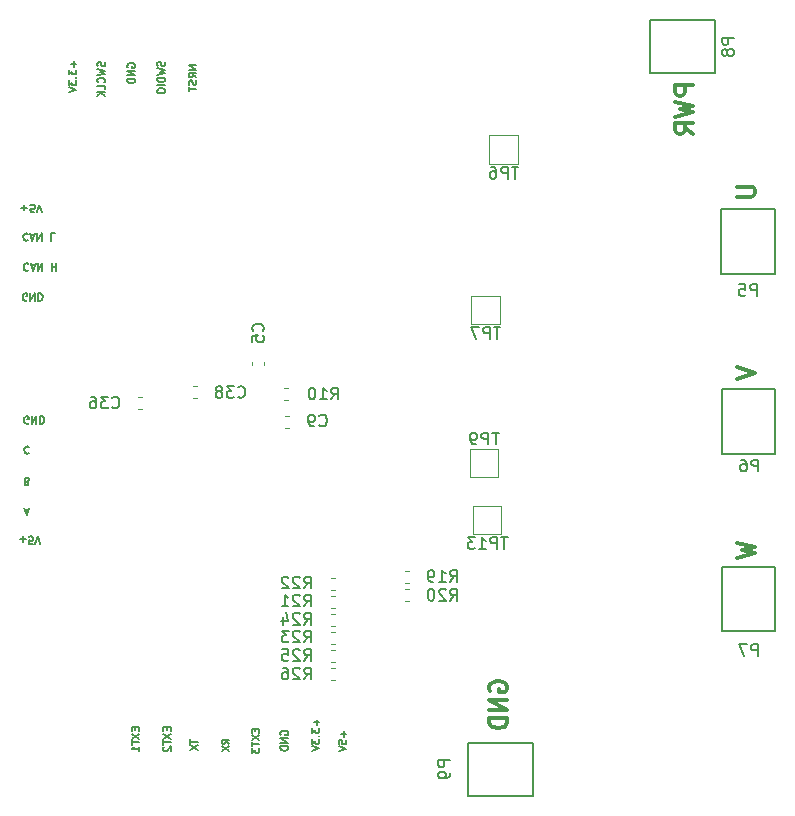
<source format=gbr>
G04 #@! TF.GenerationSoftware,KiCad,Pcbnew,5.0.2-bee76a0~70~ubuntu18.04.1*
G04 #@! TF.CreationDate,2019-03-01T11:09:08-06:00*
G04 #@! TF.ProjectId,MotorDriverXL,4d6f746f-7244-4726-9976-6572584c2e6b,V1.0*
G04 #@! TF.SameCoordinates,Original*
G04 #@! TF.FileFunction,Legend,Bot*
G04 #@! TF.FilePolarity,Positive*
%FSLAX46Y46*%
G04 Gerber Fmt 4.6, Leading zero omitted, Abs format (unit mm)*
G04 Created by KiCad (PCBNEW 5.0.2-bee76a0~70~ubuntu18.04.1) date Fri 01 Mar 2019 11:09:08 AM CST*
%MOMM*%
%LPD*%
G01*
G04 APERTURE LIST*
%ADD10C,0.158750*%
%ADD11C,0.300000*%
%ADD12C,0.120000*%
%ADD13C,0.150000*%
G04 APERTURE END LIST*
D10*
X116921642Y-122588261D02*
X116921642Y-122799928D01*
X117254261Y-122890642D02*
X117254261Y-122588261D01*
X116619261Y-122588261D01*
X116619261Y-122890642D01*
X116619261Y-123102309D02*
X117254261Y-123525642D01*
X116619261Y-123525642D02*
X117254261Y-123102309D01*
X116619261Y-123676833D02*
X116619261Y-124039690D01*
X117254261Y-123858261D02*
X116619261Y-123858261D01*
X117254261Y-124583976D02*
X117254261Y-124221119D01*
X117254261Y-124402547D02*
X116619261Y-124402547D01*
X116709976Y-124342071D01*
X116770452Y-124281595D01*
X116800690Y-124221119D01*
X119588642Y-122588261D02*
X119588642Y-122799928D01*
X119921261Y-122890642D02*
X119921261Y-122588261D01*
X119286261Y-122588261D01*
X119286261Y-122890642D01*
X119286261Y-123102309D02*
X119921261Y-123525642D01*
X119286261Y-123525642D02*
X119921261Y-123102309D01*
X119286261Y-123676833D02*
X119286261Y-124039690D01*
X119921261Y-123858261D02*
X119286261Y-123858261D01*
X119346738Y-124221119D02*
X119316500Y-124251357D01*
X119286261Y-124311833D01*
X119286261Y-124463023D01*
X119316500Y-124523500D01*
X119346738Y-124553738D01*
X119407214Y-124583976D01*
X119467690Y-124583976D01*
X119558404Y-124553738D01*
X119921261Y-124190880D01*
X119921261Y-124583976D01*
X121572261Y-123595190D02*
X121572261Y-123958047D01*
X122207261Y-123776619D02*
X121572261Y-123776619D01*
X121572261Y-124109238D02*
X122207261Y-124532571D01*
X121572261Y-124532571D02*
X122207261Y-124109238D01*
X124874261Y-123973166D02*
X124571880Y-123761500D01*
X124874261Y-123610309D02*
X124239261Y-123610309D01*
X124239261Y-123852214D01*
X124269500Y-123912690D01*
X124299738Y-123942928D01*
X124360214Y-123973166D01*
X124450928Y-123973166D01*
X124511404Y-123942928D01*
X124541642Y-123912690D01*
X124571880Y-123852214D01*
X124571880Y-123610309D01*
X124239261Y-124184833D02*
X124874261Y-124608166D01*
X124239261Y-124608166D02*
X124874261Y-124184833D01*
X127081642Y-122715261D02*
X127081642Y-122926928D01*
X127414261Y-123017642D02*
X127414261Y-122715261D01*
X126779261Y-122715261D01*
X126779261Y-123017642D01*
X126779261Y-123229309D02*
X127414261Y-123652642D01*
X126779261Y-123652642D02*
X127414261Y-123229309D01*
X126779261Y-123803833D02*
X126779261Y-124166690D01*
X127414261Y-123985261D02*
X126779261Y-123985261D01*
X126779261Y-124317880D02*
X126779261Y-124710976D01*
X127021166Y-124499309D01*
X127021166Y-124590023D01*
X127051404Y-124650500D01*
X127081642Y-124680738D01*
X127142119Y-124710976D01*
X127293309Y-124710976D01*
X127353785Y-124680738D01*
X127384023Y-124650500D01*
X127414261Y-124590023D01*
X127414261Y-124408595D01*
X127384023Y-124348119D01*
X127353785Y-124317880D01*
X129222500Y-123214190D02*
X129192261Y-123153714D01*
X129192261Y-123063000D01*
X129222500Y-122972285D01*
X129282976Y-122911809D01*
X129343452Y-122881571D01*
X129464404Y-122851333D01*
X129555119Y-122851333D01*
X129676071Y-122881571D01*
X129736547Y-122911809D01*
X129797023Y-122972285D01*
X129827261Y-123063000D01*
X129827261Y-123123476D01*
X129797023Y-123214190D01*
X129766785Y-123244428D01*
X129555119Y-123244428D01*
X129555119Y-123123476D01*
X129827261Y-123516571D02*
X129192261Y-123516571D01*
X129827261Y-123879428D01*
X129192261Y-123879428D01*
X129827261Y-124181809D02*
X129192261Y-124181809D01*
X129192261Y-124333000D01*
X129222500Y-124423714D01*
X129282976Y-124484190D01*
X129343452Y-124514428D01*
X129464404Y-124544666D01*
X129555119Y-124544666D01*
X129676071Y-124514428D01*
X129736547Y-124484190D01*
X129797023Y-124423714D01*
X129827261Y-124333000D01*
X129827261Y-124181809D01*
X132252357Y-121920000D02*
X132252357Y-122403809D01*
X132494261Y-122161904D02*
X132010452Y-122161904D01*
X131859261Y-122645714D02*
X131859261Y-123038809D01*
X132101166Y-122827142D01*
X132101166Y-122917857D01*
X132131404Y-122978333D01*
X132161642Y-123008571D01*
X132222119Y-123038809D01*
X132373309Y-123038809D01*
X132433785Y-123008571D01*
X132464023Y-122978333D01*
X132494261Y-122917857D01*
X132494261Y-122736428D01*
X132464023Y-122675952D01*
X132433785Y-122645714D01*
X132433785Y-123310952D02*
X132464023Y-123341190D01*
X132494261Y-123310952D01*
X132464023Y-123280714D01*
X132433785Y-123310952D01*
X132494261Y-123310952D01*
X131859261Y-123552857D02*
X131859261Y-123945952D01*
X132101166Y-123734285D01*
X132101166Y-123825000D01*
X132131404Y-123885476D01*
X132161642Y-123915714D01*
X132222119Y-123945952D01*
X132373309Y-123945952D01*
X132433785Y-123915714D01*
X132464023Y-123885476D01*
X132494261Y-123825000D01*
X132494261Y-123643571D01*
X132464023Y-123583095D01*
X132433785Y-123552857D01*
X131859261Y-124127380D02*
X132494261Y-124339047D01*
X131859261Y-124550714D01*
X134538357Y-122881571D02*
X134538357Y-123365380D01*
X134780261Y-123123476D02*
X134296452Y-123123476D01*
X134145261Y-123970142D02*
X134145261Y-123667761D01*
X134447642Y-123637523D01*
X134417404Y-123667761D01*
X134387166Y-123728238D01*
X134387166Y-123879428D01*
X134417404Y-123939904D01*
X134447642Y-123970142D01*
X134508119Y-124000380D01*
X134659309Y-124000380D01*
X134719785Y-123970142D01*
X134750023Y-123939904D01*
X134780261Y-123879428D01*
X134780261Y-123728238D01*
X134750023Y-123667761D01*
X134719785Y-123637523D01*
X134145261Y-124181809D02*
X134780261Y-124393476D01*
X134145261Y-124605142D01*
D11*
X146951000Y-119507142D02*
X146879571Y-119364285D01*
X146879571Y-119150000D01*
X146951000Y-118935714D01*
X147093857Y-118792857D01*
X147236714Y-118721428D01*
X147522428Y-118650000D01*
X147736714Y-118650000D01*
X148022428Y-118721428D01*
X148165285Y-118792857D01*
X148308142Y-118935714D01*
X148379571Y-119150000D01*
X148379571Y-119292857D01*
X148308142Y-119507142D01*
X148236714Y-119578571D01*
X147736714Y-119578571D01*
X147736714Y-119292857D01*
X148379571Y-120221428D02*
X146879571Y-120221428D01*
X148379571Y-121078571D01*
X146879571Y-121078571D01*
X148379571Y-121792857D02*
X146879571Y-121792857D01*
X146879571Y-122150000D01*
X146951000Y-122364285D01*
X147093857Y-122507142D01*
X147236714Y-122578571D01*
X147522428Y-122650000D01*
X147736714Y-122650000D01*
X148022428Y-122578571D01*
X148165285Y-122507142D01*
X148308142Y-122364285D01*
X148379571Y-122150000D01*
X148379571Y-121792857D01*
X164127571Y-68231000D02*
X162627571Y-68231000D01*
X162627571Y-68802428D01*
X162699000Y-68945285D01*
X162770428Y-69016714D01*
X162913285Y-69088142D01*
X163127571Y-69088142D01*
X163270428Y-69016714D01*
X163341857Y-68945285D01*
X163413285Y-68802428D01*
X163413285Y-68231000D01*
X162627571Y-69588142D02*
X164127571Y-69945285D01*
X163056142Y-70231000D01*
X164127571Y-70516714D01*
X162627571Y-70873857D01*
X164127571Y-72302428D02*
X163413285Y-71802428D01*
X164127571Y-71445285D02*
X162627571Y-71445285D01*
X162627571Y-72016714D01*
X162699000Y-72159571D01*
X162770428Y-72231000D01*
X162913285Y-72302428D01*
X163127571Y-72302428D01*
X163270428Y-72231000D01*
X163341857Y-72159571D01*
X163413285Y-72016714D01*
X163413285Y-71445285D01*
D10*
X107720190Y-86423500D02*
X107659714Y-86453738D01*
X107569000Y-86453738D01*
X107478285Y-86423500D01*
X107417809Y-86363023D01*
X107387571Y-86302547D01*
X107357333Y-86181595D01*
X107357333Y-86090880D01*
X107387571Y-85969928D01*
X107417809Y-85909452D01*
X107478285Y-85848976D01*
X107569000Y-85818738D01*
X107629476Y-85818738D01*
X107720190Y-85848976D01*
X107750428Y-85879214D01*
X107750428Y-86090880D01*
X107629476Y-86090880D01*
X108022571Y-85818738D02*
X108022571Y-86453738D01*
X108385428Y-85818738D01*
X108385428Y-86453738D01*
X108687809Y-85818738D02*
X108687809Y-86453738D01*
X108839000Y-86453738D01*
X108929714Y-86423500D01*
X108990190Y-86363023D01*
X109020428Y-86302547D01*
X109050666Y-86181595D01*
X109050666Y-86090880D01*
X109020428Y-85969928D01*
X108990190Y-85909452D01*
X108929714Y-85848976D01*
X108839000Y-85818738D01*
X108687809Y-85818738D01*
X107260571Y-78567642D02*
X107744380Y-78567642D01*
X107502476Y-78325738D02*
X107502476Y-78809547D01*
X108349142Y-78960738D02*
X108046761Y-78960738D01*
X108016523Y-78658357D01*
X108046761Y-78688595D01*
X108107238Y-78718833D01*
X108258428Y-78718833D01*
X108318904Y-78688595D01*
X108349142Y-78658357D01*
X108379380Y-78597880D01*
X108379380Y-78446690D01*
X108349142Y-78386214D01*
X108318904Y-78355976D01*
X108258428Y-78325738D01*
X108107238Y-78325738D01*
X108046761Y-78355976D01*
X108016523Y-78386214D01*
X108560809Y-78960738D02*
X108772476Y-78325738D01*
X108984142Y-78960738D01*
X107804857Y-80799214D02*
X107774619Y-80768976D01*
X107683904Y-80738738D01*
X107623428Y-80738738D01*
X107532714Y-80768976D01*
X107472238Y-80829452D01*
X107442000Y-80889928D01*
X107411761Y-81010880D01*
X107411761Y-81101595D01*
X107442000Y-81222547D01*
X107472238Y-81283023D01*
X107532714Y-81343500D01*
X107623428Y-81373738D01*
X107683904Y-81373738D01*
X107774619Y-81343500D01*
X107804857Y-81313261D01*
X108046761Y-80920166D02*
X108349142Y-80920166D01*
X107986285Y-80738738D02*
X108197952Y-81373738D01*
X108409619Y-80738738D01*
X108621285Y-80738738D02*
X108621285Y-81373738D01*
X108984142Y-80738738D01*
X108984142Y-81373738D01*
X110072714Y-80738738D02*
X109770333Y-80738738D01*
X109770333Y-81373738D01*
X107856261Y-83339214D02*
X107826023Y-83308976D01*
X107735309Y-83278738D01*
X107674833Y-83278738D01*
X107584119Y-83308976D01*
X107523642Y-83369452D01*
X107493404Y-83429928D01*
X107463166Y-83550880D01*
X107463166Y-83641595D01*
X107493404Y-83762547D01*
X107523642Y-83823023D01*
X107584119Y-83883500D01*
X107674833Y-83913738D01*
X107735309Y-83913738D01*
X107826023Y-83883500D01*
X107856261Y-83853261D01*
X108098166Y-83460166D02*
X108400547Y-83460166D01*
X108037690Y-83278738D02*
X108249357Y-83913738D01*
X108461023Y-83278738D01*
X108672690Y-83278738D02*
X108672690Y-83913738D01*
X109035547Y-83278738D01*
X109035547Y-83913738D01*
X109821738Y-83278738D02*
X109821738Y-83913738D01*
X109821738Y-83611357D02*
X110184595Y-83611357D01*
X110184595Y-83278738D02*
X110184595Y-83913738D01*
X122080261Y-66520785D02*
X121445261Y-66520785D01*
X122080261Y-66883642D01*
X121445261Y-66883642D01*
X122080261Y-67548880D02*
X121777880Y-67337214D01*
X122080261Y-67186023D02*
X121445261Y-67186023D01*
X121445261Y-67427928D01*
X121475500Y-67488404D01*
X121505738Y-67518642D01*
X121566214Y-67548880D01*
X121656928Y-67548880D01*
X121717404Y-67518642D01*
X121747642Y-67488404D01*
X121777880Y-67427928D01*
X121777880Y-67186023D01*
X122050023Y-67790785D02*
X122080261Y-67881500D01*
X122080261Y-68032690D01*
X122050023Y-68093166D01*
X122019785Y-68123404D01*
X121959309Y-68153642D01*
X121898833Y-68153642D01*
X121838357Y-68123404D01*
X121808119Y-68093166D01*
X121777880Y-68032690D01*
X121747642Y-67911738D01*
X121717404Y-67851261D01*
X121687166Y-67821023D01*
X121626690Y-67790785D01*
X121566214Y-67790785D01*
X121505738Y-67821023D01*
X121475500Y-67851261D01*
X121445261Y-67911738D01*
X121445261Y-68062928D01*
X121475500Y-68153642D01*
X121445261Y-68335071D02*
X121445261Y-68697928D01*
X122080261Y-68516500D02*
X121445261Y-68516500D01*
X119383023Y-66218404D02*
X119413261Y-66309119D01*
X119413261Y-66460309D01*
X119383023Y-66520785D01*
X119352785Y-66551023D01*
X119292309Y-66581261D01*
X119231833Y-66581261D01*
X119171357Y-66551023D01*
X119141119Y-66520785D01*
X119110880Y-66460309D01*
X119080642Y-66339357D01*
X119050404Y-66278880D01*
X119020166Y-66248642D01*
X118959690Y-66218404D01*
X118899214Y-66218404D01*
X118838738Y-66248642D01*
X118808500Y-66278880D01*
X118778261Y-66339357D01*
X118778261Y-66490547D01*
X118808500Y-66581261D01*
X118778261Y-66792928D02*
X119413261Y-66944119D01*
X118959690Y-67065071D01*
X119413261Y-67186023D01*
X118778261Y-67337214D01*
X119413261Y-67579119D02*
X118778261Y-67579119D01*
X118778261Y-67730309D01*
X118808500Y-67821023D01*
X118868976Y-67881500D01*
X118929452Y-67911738D01*
X119050404Y-67941976D01*
X119141119Y-67941976D01*
X119262071Y-67911738D01*
X119322547Y-67881500D01*
X119383023Y-67821023D01*
X119413261Y-67730309D01*
X119413261Y-67579119D01*
X119413261Y-68214119D02*
X118778261Y-68214119D01*
X118778261Y-68637452D02*
X118778261Y-68758404D01*
X118808500Y-68818880D01*
X118868976Y-68879357D01*
X118989928Y-68909595D01*
X119201595Y-68909595D01*
X119322547Y-68879357D01*
X119383023Y-68818880D01*
X119413261Y-68758404D01*
X119413261Y-68637452D01*
X119383023Y-68576976D01*
X119322547Y-68516500D01*
X119201595Y-68486261D01*
X118989928Y-68486261D01*
X118868976Y-68516500D01*
X118808500Y-68576976D01*
X118778261Y-68637452D01*
X114303023Y-66254690D02*
X114333261Y-66345404D01*
X114333261Y-66496595D01*
X114303023Y-66557071D01*
X114272785Y-66587309D01*
X114212309Y-66617547D01*
X114151833Y-66617547D01*
X114091357Y-66587309D01*
X114061119Y-66557071D01*
X114030880Y-66496595D01*
X114000642Y-66375642D01*
X113970404Y-66315166D01*
X113940166Y-66284928D01*
X113879690Y-66254690D01*
X113819214Y-66254690D01*
X113758738Y-66284928D01*
X113728500Y-66315166D01*
X113698261Y-66375642D01*
X113698261Y-66526833D01*
X113728500Y-66617547D01*
X113698261Y-66829214D02*
X114333261Y-66980404D01*
X113879690Y-67101357D01*
X114333261Y-67222309D01*
X113698261Y-67373500D01*
X114272785Y-67978261D02*
X114303023Y-67948023D01*
X114333261Y-67857309D01*
X114333261Y-67796833D01*
X114303023Y-67706119D01*
X114242547Y-67645642D01*
X114182071Y-67615404D01*
X114061119Y-67585166D01*
X113970404Y-67585166D01*
X113849452Y-67615404D01*
X113788976Y-67645642D01*
X113728500Y-67706119D01*
X113698261Y-67796833D01*
X113698261Y-67857309D01*
X113728500Y-67948023D01*
X113758738Y-67978261D01*
X114333261Y-68552785D02*
X114333261Y-68250404D01*
X113698261Y-68250404D01*
X114333261Y-68764452D02*
X113698261Y-68764452D01*
X114333261Y-69127309D02*
X113970404Y-68855166D01*
X113698261Y-69127309D02*
X114061119Y-68764452D01*
X116268500Y-66699190D02*
X116238261Y-66638714D01*
X116238261Y-66548000D01*
X116268500Y-66457285D01*
X116328976Y-66396809D01*
X116389452Y-66366571D01*
X116510404Y-66336333D01*
X116601119Y-66336333D01*
X116722071Y-66366571D01*
X116782547Y-66396809D01*
X116843023Y-66457285D01*
X116873261Y-66548000D01*
X116873261Y-66608476D01*
X116843023Y-66699190D01*
X116812785Y-66729428D01*
X116601119Y-66729428D01*
X116601119Y-66608476D01*
X116873261Y-67001571D02*
X116238261Y-67001571D01*
X116873261Y-67364428D01*
X116238261Y-67364428D01*
X116873261Y-67666809D02*
X116238261Y-67666809D01*
X116238261Y-67818000D01*
X116268500Y-67908714D01*
X116328976Y-67969190D01*
X116389452Y-67999428D01*
X116510404Y-68029666D01*
X116601119Y-68029666D01*
X116722071Y-67999428D01*
X116782547Y-67969190D01*
X116843023Y-67908714D01*
X116873261Y-67818000D01*
X116873261Y-67666809D01*
X111678357Y-66167000D02*
X111678357Y-66650809D01*
X111920261Y-66408904D02*
X111436452Y-66408904D01*
X111285261Y-66892714D02*
X111285261Y-67285809D01*
X111527166Y-67074142D01*
X111527166Y-67164857D01*
X111557404Y-67225333D01*
X111587642Y-67255571D01*
X111648119Y-67285809D01*
X111799309Y-67285809D01*
X111859785Y-67255571D01*
X111890023Y-67225333D01*
X111920261Y-67164857D01*
X111920261Y-66983428D01*
X111890023Y-66922952D01*
X111859785Y-66892714D01*
X111859785Y-67557952D02*
X111890023Y-67588190D01*
X111920261Y-67557952D01*
X111890023Y-67527714D01*
X111859785Y-67557952D01*
X111920261Y-67557952D01*
X111285261Y-67799857D02*
X111285261Y-68192952D01*
X111527166Y-67981285D01*
X111527166Y-68072000D01*
X111557404Y-68132476D01*
X111587642Y-68162714D01*
X111648119Y-68192952D01*
X111799309Y-68192952D01*
X111859785Y-68162714D01*
X111890023Y-68132476D01*
X111920261Y-68072000D01*
X111920261Y-67890571D01*
X111890023Y-67830095D01*
X111859785Y-67799857D01*
X111285261Y-68374380D02*
X111920261Y-68586047D01*
X111285261Y-68797714D01*
X107133571Y-106634642D02*
X107617380Y-106634642D01*
X107375476Y-106392738D02*
X107375476Y-106876547D01*
X108222142Y-107027738D02*
X107919761Y-107027738D01*
X107889523Y-106725357D01*
X107919761Y-106755595D01*
X107980238Y-106785833D01*
X108131428Y-106785833D01*
X108191904Y-106755595D01*
X108222142Y-106725357D01*
X108252380Y-106664880D01*
X108252380Y-106513690D01*
X108222142Y-106453214D01*
X108191904Y-106422976D01*
X108131428Y-106392738D01*
X107980238Y-106392738D01*
X107919761Y-106422976D01*
X107889523Y-106453214D01*
X108433809Y-107027738D02*
X108645476Y-106392738D01*
X108857142Y-107027738D01*
X107544809Y-104161166D02*
X107847190Y-104161166D01*
X107484333Y-103979738D02*
X107696000Y-104614738D01*
X107907666Y-103979738D01*
X107741357Y-101772357D02*
X107832071Y-101742119D01*
X107862309Y-101711880D01*
X107892547Y-101651404D01*
X107892547Y-101560690D01*
X107862309Y-101500214D01*
X107832071Y-101469976D01*
X107771595Y-101439738D01*
X107529690Y-101439738D01*
X107529690Y-102074738D01*
X107741357Y-102074738D01*
X107801833Y-102044500D01*
X107832071Y-102014261D01*
X107862309Y-101953785D01*
X107862309Y-101893309D01*
X107832071Y-101832833D01*
X107801833Y-101802595D01*
X107741357Y-101772357D01*
X107529690Y-101772357D01*
X107892547Y-98833214D02*
X107862309Y-98802976D01*
X107771595Y-98772738D01*
X107711119Y-98772738D01*
X107620404Y-98802976D01*
X107559928Y-98863452D01*
X107529690Y-98923928D01*
X107499452Y-99044880D01*
X107499452Y-99135595D01*
X107529690Y-99256547D01*
X107559928Y-99317023D01*
X107620404Y-99377500D01*
X107711119Y-99407738D01*
X107771595Y-99407738D01*
X107862309Y-99377500D01*
X107892547Y-99347261D01*
X107847190Y-96837500D02*
X107786714Y-96867738D01*
X107696000Y-96867738D01*
X107605285Y-96837500D01*
X107544809Y-96777023D01*
X107514571Y-96716547D01*
X107484333Y-96595595D01*
X107484333Y-96504880D01*
X107514571Y-96383928D01*
X107544809Y-96323452D01*
X107605285Y-96262976D01*
X107696000Y-96232738D01*
X107756476Y-96232738D01*
X107847190Y-96262976D01*
X107877428Y-96293214D01*
X107877428Y-96504880D01*
X107756476Y-96504880D01*
X108149571Y-96232738D02*
X108149571Y-96867738D01*
X108512428Y-96232738D01*
X108512428Y-96867738D01*
X108814809Y-96232738D02*
X108814809Y-96867738D01*
X108966000Y-96867738D01*
X109056714Y-96837500D01*
X109117190Y-96777023D01*
X109147428Y-96716547D01*
X109177666Y-96595595D01*
X109177666Y-96504880D01*
X109147428Y-96383928D01*
X109117190Y-96323452D01*
X109056714Y-96262976D01*
X108966000Y-96232738D01*
X108814809Y-96232738D01*
D11*
X167834571Y-106926142D02*
X169334571Y-107283285D01*
X168263142Y-107569000D01*
X169334571Y-107854714D01*
X167834571Y-108211857D01*
X167834571Y-92083000D02*
X169334571Y-92583000D01*
X167834571Y-93083000D01*
X167834571Y-76787428D02*
X169048857Y-76787428D01*
X169191714Y-76858857D01*
X169263142Y-76930285D01*
X169334571Y-77073142D01*
X169334571Y-77358857D01*
X169263142Y-77501714D01*
X169191714Y-77573142D01*
X169048857Y-77644571D01*
X167834571Y-77644571D01*
D12*
G04 #@! TO.C,TP13*
X145485000Y-103829000D02*
X145485000Y-106229000D01*
X147885000Y-103829000D02*
X145485000Y-103829000D01*
X147885000Y-106229000D02*
X147885000Y-103829000D01*
X145485000Y-106229000D02*
X147885000Y-106229000D01*
G04 #@! TO.C,TP6*
X146882000Y-72460000D02*
X146882000Y-74860000D01*
X149282000Y-72460000D02*
X146882000Y-72460000D01*
X149282000Y-74860000D02*
X149282000Y-72460000D01*
X146882000Y-74860000D02*
X149282000Y-74860000D01*
G04 #@! TO.C,TP7*
X145358000Y-86049000D02*
X145358000Y-88449000D01*
X147758000Y-86049000D02*
X145358000Y-86049000D01*
X147758000Y-88449000D02*
X147758000Y-86049000D01*
X145358000Y-88449000D02*
X147758000Y-88449000D01*
G04 #@! TO.C,TP9*
X145231000Y-99003000D02*
X145231000Y-101403000D01*
X147631000Y-99003000D02*
X145231000Y-99003000D01*
X147631000Y-101403000D02*
X147631000Y-99003000D01*
X145231000Y-101403000D02*
X147631000Y-101403000D01*
D13*
G04 #@! TO.C,P5*
X166533000Y-78657000D02*
X166533000Y-84157000D01*
X171033000Y-78657000D02*
X166533000Y-78657000D01*
X171033000Y-84157000D02*
X171033000Y-78657000D01*
X166533000Y-84157000D02*
X171033000Y-84157000D01*
G04 #@! TO.C,P9*
X145103400Y-128361000D02*
X150603400Y-128361000D01*
X145103400Y-123861000D02*
X145103400Y-128361000D01*
X150603400Y-123861000D02*
X145103400Y-123861000D01*
X150603400Y-128361000D02*
X150603400Y-123861000D01*
G04 #@! TO.C,P8*
X160495800Y-67197800D02*
X165995800Y-67197800D01*
X160495800Y-62697800D02*
X160495800Y-67197800D01*
X165995800Y-62697800D02*
X160495800Y-62697800D01*
X165995800Y-67197800D02*
X165995800Y-62697800D01*
G04 #@! TO.C,P7*
X166609200Y-108959200D02*
X166609200Y-114459200D01*
X171109200Y-108959200D02*
X166609200Y-108959200D01*
X171109200Y-114459200D02*
X171109200Y-108959200D01*
X166609200Y-114459200D02*
X171109200Y-114459200D01*
G04 #@! TO.C,P6*
X166609200Y-93897000D02*
X166609200Y-99397000D01*
X171109200Y-93897000D02*
X166609200Y-93897000D01*
X171109200Y-99397000D02*
X171109200Y-93897000D01*
X166609200Y-99397000D02*
X171109200Y-99397000D01*
D12*
G04 #@! TO.C,C38*
X122108179Y-94667800D02*
X121782621Y-94667800D01*
X122108179Y-93647800D02*
X121782621Y-93647800D01*
G04 #@! TO.C,C36*
X117134521Y-94613000D02*
X117460079Y-94613000D01*
X117134521Y-95633000D02*
X117460079Y-95633000D01*
G04 #@! TO.C,R26*
X133792179Y-118594600D02*
X133466621Y-118594600D01*
X133792179Y-117574600D02*
X133466621Y-117574600D01*
G04 #@! TO.C,R25*
X133792179Y-117070600D02*
X133466621Y-117070600D01*
X133792179Y-116050600D02*
X133466621Y-116050600D01*
G04 #@! TO.C,R19*
X140065979Y-110339600D02*
X139740421Y-110339600D01*
X140065979Y-109319600D02*
X139740421Y-109319600D01*
G04 #@! TO.C,R20*
X140065979Y-111914400D02*
X139740421Y-111914400D01*
X140065979Y-110894400D02*
X139740421Y-110894400D01*
G04 #@! TO.C,R21*
X133792179Y-112447800D02*
X133466621Y-112447800D01*
X133792179Y-111427800D02*
X133466621Y-111427800D01*
G04 #@! TO.C,R22*
X133792179Y-110923800D02*
X133466621Y-110923800D01*
X133792179Y-109903800D02*
X133466621Y-109903800D01*
G04 #@! TO.C,R23*
X133782098Y-115518722D02*
X133456540Y-115518722D01*
X133782098Y-114498722D02*
X133456540Y-114498722D01*
G04 #@! TO.C,R24*
X133782098Y-113994722D02*
X133456540Y-113994722D01*
X133782098Y-112974722D02*
X133456540Y-112974722D01*
G04 #@! TO.C,C5*
X126820200Y-91932979D02*
X126820200Y-91607421D01*
X127840200Y-91932979D02*
X127840200Y-91607421D01*
G04 #@! TO.C,C9*
X129880579Y-97207800D02*
X129555021Y-97207800D01*
X129880579Y-96187800D02*
X129555021Y-96187800D01*
G04 #@! TO.C,R10*
X129829779Y-94871000D02*
X129504221Y-94871000D01*
X129829779Y-93851000D02*
X129504221Y-93851000D01*
G04 #@! TO.C,TP13*
D13*
X148423095Y-106479380D02*
X147851666Y-106479380D01*
X148137380Y-107479380D02*
X148137380Y-106479380D01*
X147518333Y-107479380D02*
X147518333Y-106479380D01*
X147137380Y-106479380D01*
X147042142Y-106527000D01*
X146994523Y-106574619D01*
X146946904Y-106669857D01*
X146946904Y-106812714D01*
X146994523Y-106907952D01*
X147042142Y-106955571D01*
X147137380Y-107003190D01*
X147518333Y-107003190D01*
X145994523Y-107479380D02*
X146565952Y-107479380D01*
X146280238Y-107479380D02*
X146280238Y-106479380D01*
X146375476Y-106622238D01*
X146470714Y-106717476D01*
X146565952Y-106765095D01*
X145661190Y-106479380D02*
X145042142Y-106479380D01*
X145375476Y-106860333D01*
X145232619Y-106860333D01*
X145137380Y-106907952D01*
X145089761Y-106955571D01*
X145042142Y-107050809D01*
X145042142Y-107288904D01*
X145089761Y-107384142D01*
X145137380Y-107431761D01*
X145232619Y-107479380D01*
X145518333Y-107479380D01*
X145613571Y-107431761D01*
X145661190Y-107384142D01*
G04 #@! TO.C,TP6*
X149343904Y-75110380D02*
X148772476Y-75110380D01*
X149058190Y-76110380D02*
X149058190Y-75110380D01*
X148439142Y-76110380D02*
X148439142Y-75110380D01*
X148058190Y-75110380D01*
X147962952Y-75158000D01*
X147915333Y-75205619D01*
X147867714Y-75300857D01*
X147867714Y-75443714D01*
X147915333Y-75538952D01*
X147962952Y-75586571D01*
X148058190Y-75634190D01*
X148439142Y-75634190D01*
X147010571Y-75110380D02*
X147201047Y-75110380D01*
X147296285Y-75158000D01*
X147343904Y-75205619D01*
X147439142Y-75348476D01*
X147486761Y-75538952D01*
X147486761Y-75919904D01*
X147439142Y-76015142D01*
X147391523Y-76062761D01*
X147296285Y-76110380D01*
X147105809Y-76110380D01*
X147010571Y-76062761D01*
X146962952Y-76015142D01*
X146915333Y-75919904D01*
X146915333Y-75681809D01*
X146962952Y-75586571D01*
X147010571Y-75538952D01*
X147105809Y-75491333D01*
X147296285Y-75491333D01*
X147391523Y-75538952D01*
X147439142Y-75586571D01*
X147486761Y-75681809D01*
G04 #@! TO.C,TP7*
X147819904Y-88699380D02*
X147248476Y-88699380D01*
X147534190Y-89699380D02*
X147534190Y-88699380D01*
X146915142Y-89699380D02*
X146915142Y-88699380D01*
X146534190Y-88699380D01*
X146438952Y-88747000D01*
X146391333Y-88794619D01*
X146343714Y-88889857D01*
X146343714Y-89032714D01*
X146391333Y-89127952D01*
X146438952Y-89175571D01*
X146534190Y-89223190D01*
X146915142Y-89223190D01*
X146010380Y-88699380D02*
X145343714Y-88699380D01*
X145772285Y-89699380D01*
G04 #@! TO.C,TP9*
X147692904Y-97623380D02*
X147121476Y-97623380D01*
X147407190Y-98623380D02*
X147407190Y-97623380D01*
X146788142Y-98623380D02*
X146788142Y-97623380D01*
X146407190Y-97623380D01*
X146311952Y-97671000D01*
X146264333Y-97718619D01*
X146216714Y-97813857D01*
X146216714Y-97956714D01*
X146264333Y-98051952D01*
X146311952Y-98099571D01*
X146407190Y-98147190D01*
X146788142Y-98147190D01*
X145740523Y-98623380D02*
X145550047Y-98623380D01*
X145454809Y-98575761D01*
X145407190Y-98528142D01*
X145311952Y-98385285D01*
X145264333Y-98194809D01*
X145264333Y-97813857D01*
X145311952Y-97718619D01*
X145359571Y-97671000D01*
X145454809Y-97623380D01*
X145645285Y-97623380D01*
X145740523Y-97671000D01*
X145788142Y-97718619D01*
X145835761Y-97813857D01*
X145835761Y-98051952D01*
X145788142Y-98147190D01*
X145740523Y-98194809D01*
X145645285Y-98242428D01*
X145454809Y-98242428D01*
X145359571Y-98194809D01*
X145311952Y-98147190D01*
X145264333Y-98051952D01*
G04 #@! TO.C,P5*
X169521095Y-86050380D02*
X169521095Y-85050380D01*
X169140142Y-85050380D01*
X169044904Y-85098000D01*
X168997285Y-85145619D01*
X168949666Y-85240857D01*
X168949666Y-85383714D01*
X168997285Y-85478952D01*
X169044904Y-85526571D01*
X169140142Y-85574190D01*
X169521095Y-85574190D01*
X168044904Y-85050380D02*
X168521095Y-85050380D01*
X168568714Y-85526571D01*
X168521095Y-85478952D01*
X168425857Y-85431333D01*
X168187761Y-85431333D01*
X168092523Y-85478952D01*
X168044904Y-85526571D01*
X167997285Y-85621809D01*
X167997285Y-85859904D01*
X168044904Y-85955142D01*
X168092523Y-86002761D01*
X168187761Y-86050380D01*
X168425857Y-86050380D01*
X168521095Y-86002761D01*
X168568714Y-85955142D01*
G04 #@! TO.C,P9*
X143555780Y-125372904D02*
X142555780Y-125372904D01*
X142555780Y-125753857D01*
X142603400Y-125849095D01*
X142651019Y-125896714D01*
X142746257Y-125944333D01*
X142889114Y-125944333D01*
X142984352Y-125896714D01*
X143031971Y-125849095D01*
X143079590Y-125753857D01*
X143079590Y-125372904D01*
X143555780Y-126420523D02*
X143555780Y-126611000D01*
X143508161Y-126706238D01*
X143460542Y-126753857D01*
X143317685Y-126849095D01*
X143127209Y-126896714D01*
X142746257Y-126896714D01*
X142651019Y-126849095D01*
X142603400Y-126801476D01*
X142555780Y-126706238D01*
X142555780Y-126515761D01*
X142603400Y-126420523D01*
X142651019Y-126372904D01*
X142746257Y-126325285D01*
X142984352Y-126325285D01*
X143079590Y-126372904D01*
X143127209Y-126420523D01*
X143174828Y-126515761D01*
X143174828Y-126706238D01*
X143127209Y-126801476D01*
X143079590Y-126849095D01*
X142984352Y-126896714D01*
G04 #@! TO.C,P8*
X167584380Y-64209704D02*
X166584380Y-64209704D01*
X166584380Y-64590657D01*
X166632000Y-64685895D01*
X166679619Y-64733514D01*
X166774857Y-64781133D01*
X166917714Y-64781133D01*
X167012952Y-64733514D01*
X167060571Y-64685895D01*
X167108190Y-64590657D01*
X167108190Y-64209704D01*
X167012952Y-65352561D02*
X166965333Y-65257323D01*
X166917714Y-65209704D01*
X166822476Y-65162085D01*
X166774857Y-65162085D01*
X166679619Y-65209704D01*
X166632000Y-65257323D01*
X166584380Y-65352561D01*
X166584380Y-65543038D01*
X166632000Y-65638276D01*
X166679619Y-65685895D01*
X166774857Y-65733514D01*
X166822476Y-65733514D01*
X166917714Y-65685895D01*
X166965333Y-65638276D01*
X167012952Y-65543038D01*
X167012952Y-65352561D01*
X167060571Y-65257323D01*
X167108190Y-65209704D01*
X167203428Y-65162085D01*
X167393904Y-65162085D01*
X167489142Y-65209704D01*
X167536761Y-65257323D01*
X167584380Y-65352561D01*
X167584380Y-65543038D01*
X167536761Y-65638276D01*
X167489142Y-65685895D01*
X167393904Y-65733514D01*
X167203428Y-65733514D01*
X167108190Y-65685895D01*
X167060571Y-65638276D01*
X167012952Y-65543038D01*
G04 #@! TO.C,P7*
X169597295Y-116530380D02*
X169597295Y-115530380D01*
X169216342Y-115530380D01*
X169121104Y-115578000D01*
X169073485Y-115625619D01*
X169025866Y-115720857D01*
X169025866Y-115863714D01*
X169073485Y-115958952D01*
X169121104Y-116006571D01*
X169216342Y-116054190D01*
X169597295Y-116054190D01*
X168692533Y-115530380D02*
X168025866Y-115530380D01*
X168454438Y-116530380D01*
G04 #@! TO.C,P6*
X169648095Y-100909380D02*
X169648095Y-99909380D01*
X169267142Y-99909380D01*
X169171904Y-99957000D01*
X169124285Y-100004619D01*
X169076666Y-100099857D01*
X169076666Y-100242714D01*
X169124285Y-100337952D01*
X169171904Y-100385571D01*
X169267142Y-100433190D01*
X169648095Y-100433190D01*
X168219523Y-99909380D02*
X168410000Y-99909380D01*
X168505238Y-99957000D01*
X168552857Y-100004619D01*
X168648095Y-100147476D01*
X168695714Y-100337952D01*
X168695714Y-100718904D01*
X168648095Y-100814142D01*
X168600476Y-100861761D01*
X168505238Y-100909380D01*
X168314761Y-100909380D01*
X168219523Y-100861761D01*
X168171904Y-100814142D01*
X168124285Y-100718904D01*
X168124285Y-100480809D01*
X168171904Y-100385571D01*
X168219523Y-100337952D01*
X168314761Y-100290333D01*
X168505238Y-100290333D01*
X168600476Y-100337952D01*
X168648095Y-100385571D01*
X168695714Y-100480809D01*
G04 #@! TO.C,C38*
X125610857Y-94591142D02*
X125658476Y-94638761D01*
X125801333Y-94686380D01*
X125896571Y-94686380D01*
X126039428Y-94638761D01*
X126134666Y-94543523D01*
X126182285Y-94448285D01*
X126229904Y-94257809D01*
X126229904Y-94114952D01*
X126182285Y-93924476D01*
X126134666Y-93829238D01*
X126039428Y-93734000D01*
X125896571Y-93686380D01*
X125801333Y-93686380D01*
X125658476Y-93734000D01*
X125610857Y-93781619D01*
X125277523Y-93686380D02*
X124658476Y-93686380D01*
X124991809Y-94067333D01*
X124848952Y-94067333D01*
X124753714Y-94114952D01*
X124706095Y-94162571D01*
X124658476Y-94257809D01*
X124658476Y-94495904D01*
X124706095Y-94591142D01*
X124753714Y-94638761D01*
X124848952Y-94686380D01*
X125134666Y-94686380D01*
X125229904Y-94638761D01*
X125277523Y-94591142D01*
X124087047Y-94114952D02*
X124182285Y-94067333D01*
X124229904Y-94019714D01*
X124277523Y-93924476D01*
X124277523Y-93876857D01*
X124229904Y-93781619D01*
X124182285Y-93734000D01*
X124087047Y-93686380D01*
X123896571Y-93686380D01*
X123801333Y-93734000D01*
X123753714Y-93781619D01*
X123706095Y-93876857D01*
X123706095Y-93924476D01*
X123753714Y-94019714D01*
X123801333Y-94067333D01*
X123896571Y-94114952D01*
X124087047Y-94114952D01*
X124182285Y-94162571D01*
X124229904Y-94210190D01*
X124277523Y-94305428D01*
X124277523Y-94495904D01*
X124229904Y-94591142D01*
X124182285Y-94638761D01*
X124087047Y-94686380D01*
X123896571Y-94686380D01*
X123801333Y-94638761D01*
X123753714Y-94591142D01*
X123706095Y-94495904D01*
X123706095Y-94305428D01*
X123753714Y-94210190D01*
X123801333Y-94162571D01*
X123896571Y-94114952D01*
G04 #@! TO.C,C36*
X114942857Y-95480142D02*
X114990476Y-95527761D01*
X115133333Y-95575380D01*
X115228571Y-95575380D01*
X115371428Y-95527761D01*
X115466666Y-95432523D01*
X115514285Y-95337285D01*
X115561904Y-95146809D01*
X115561904Y-95003952D01*
X115514285Y-94813476D01*
X115466666Y-94718238D01*
X115371428Y-94623000D01*
X115228571Y-94575380D01*
X115133333Y-94575380D01*
X114990476Y-94623000D01*
X114942857Y-94670619D01*
X114609523Y-94575380D02*
X113990476Y-94575380D01*
X114323809Y-94956333D01*
X114180952Y-94956333D01*
X114085714Y-95003952D01*
X114038095Y-95051571D01*
X113990476Y-95146809D01*
X113990476Y-95384904D01*
X114038095Y-95480142D01*
X114085714Y-95527761D01*
X114180952Y-95575380D01*
X114466666Y-95575380D01*
X114561904Y-95527761D01*
X114609523Y-95480142D01*
X113133333Y-94575380D02*
X113323809Y-94575380D01*
X113419047Y-94623000D01*
X113466666Y-94670619D01*
X113561904Y-94813476D01*
X113609523Y-95003952D01*
X113609523Y-95384904D01*
X113561904Y-95480142D01*
X113514285Y-95527761D01*
X113419047Y-95575380D01*
X113228571Y-95575380D01*
X113133333Y-95527761D01*
X113085714Y-95480142D01*
X113038095Y-95384904D01*
X113038095Y-95146809D01*
X113085714Y-95051571D01*
X113133333Y-95003952D01*
X113228571Y-94956333D01*
X113419047Y-94956333D01*
X113514285Y-95003952D01*
X113561904Y-95051571D01*
X113609523Y-95146809D01*
G04 #@! TO.C,R26*
X131198857Y-118511580D02*
X131532190Y-118035390D01*
X131770285Y-118511580D02*
X131770285Y-117511580D01*
X131389333Y-117511580D01*
X131294095Y-117559200D01*
X131246476Y-117606819D01*
X131198857Y-117702057D01*
X131198857Y-117844914D01*
X131246476Y-117940152D01*
X131294095Y-117987771D01*
X131389333Y-118035390D01*
X131770285Y-118035390D01*
X130817904Y-117606819D02*
X130770285Y-117559200D01*
X130675047Y-117511580D01*
X130436952Y-117511580D01*
X130341714Y-117559200D01*
X130294095Y-117606819D01*
X130246476Y-117702057D01*
X130246476Y-117797295D01*
X130294095Y-117940152D01*
X130865523Y-118511580D01*
X130246476Y-118511580D01*
X129389333Y-117511580D02*
X129579809Y-117511580D01*
X129675047Y-117559200D01*
X129722666Y-117606819D01*
X129817904Y-117749676D01*
X129865523Y-117940152D01*
X129865523Y-118321104D01*
X129817904Y-118416342D01*
X129770285Y-118463961D01*
X129675047Y-118511580D01*
X129484571Y-118511580D01*
X129389333Y-118463961D01*
X129341714Y-118416342D01*
X129294095Y-118321104D01*
X129294095Y-118083009D01*
X129341714Y-117987771D01*
X129389333Y-117940152D01*
X129484571Y-117892533D01*
X129675047Y-117892533D01*
X129770285Y-117940152D01*
X129817904Y-117987771D01*
X129865523Y-118083009D01*
G04 #@! TO.C,R25*
X131198857Y-116962180D02*
X131532190Y-116485990D01*
X131770285Y-116962180D02*
X131770285Y-115962180D01*
X131389333Y-115962180D01*
X131294095Y-116009800D01*
X131246476Y-116057419D01*
X131198857Y-116152657D01*
X131198857Y-116295514D01*
X131246476Y-116390752D01*
X131294095Y-116438371D01*
X131389333Y-116485990D01*
X131770285Y-116485990D01*
X130817904Y-116057419D02*
X130770285Y-116009800D01*
X130675047Y-115962180D01*
X130436952Y-115962180D01*
X130341714Y-116009800D01*
X130294095Y-116057419D01*
X130246476Y-116152657D01*
X130246476Y-116247895D01*
X130294095Y-116390752D01*
X130865523Y-116962180D01*
X130246476Y-116962180D01*
X129341714Y-115962180D02*
X129817904Y-115962180D01*
X129865523Y-116438371D01*
X129817904Y-116390752D01*
X129722666Y-116343133D01*
X129484571Y-116343133D01*
X129389333Y-116390752D01*
X129341714Y-116438371D01*
X129294095Y-116533609D01*
X129294095Y-116771704D01*
X129341714Y-116866942D01*
X129389333Y-116914561D01*
X129484571Y-116962180D01*
X129722666Y-116962180D01*
X129817904Y-116914561D01*
X129865523Y-116866942D01*
G04 #@! TO.C,R19*
X143568657Y-110256580D02*
X143901990Y-109780390D01*
X144140085Y-110256580D02*
X144140085Y-109256580D01*
X143759133Y-109256580D01*
X143663895Y-109304200D01*
X143616276Y-109351819D01*
X143568657Y-109447057D01*
X143568657Y-109589914D01*
X143616276Y-109685152D01*
X143663895Y-109732771D01*
X143759133Y-109780390D01*
X144140085Y-109780390D01*
X142616276Y-110256580D02*
X143187704Y-110256580D01*
X142901990Y-110256580D02*
X142901990Y-109256580D01*
X142997228Y-109399438D01*
X143092466Y-109494676D01*
X143187704Y-109542295D01*
X142140085Y-110256580D02*
X141949609Y-110256580D01*
X141854371Y-110208961D01*
X141806752Y-110161342D01*
X141711514Y-110018485D01*
X141663895Y-109828009D01*
X141663895Y-109447057D01*
X141711514Y-109351819D01*
X141759133Y-109304200D01*
X141854371Y-109256580D01*
X142044847Y-109256580D01*
X142140085Y-109304200D01*
X142187704Y-109351819D01*
X142235323Y-109447057D01*
X142235323Y-109685152D01*
X142187704Y-109780390D01*
X142140085Y-109828009D01*
X142044847Y-109875628D01*
X141854371Y-109875628D01*
X141759133Y-109828009D01*
X141711514Y-109780390D01*
X141663895Y-109685152D01*
G04 #@! TO.C,R20*
X143568657Y-111856780D02*
X143901990Y-111380590D01*
X144140085Y-111856780D02*
X144140085Y-110856780D01*
X143759133Y-110856780D01*
X143663895Y-110904400D01*
X143616276Y-110952019D01*
X143568657Y-111047257D01*
X143568657Y-111190114D01*
X143616276Y-111285352D01*
X143663895Y-111332971D01*
X143759133Y-111380590D01*
X144140085Y-111380590D01*
X143187704Y-110952019D02*
X143140085Y-110904400D01*
X143044847Y-110856780D01*
X142806752Y-110856780D01*
X142711514Y-110904400D01*
X142663895Y-110952019D01*
X142616276Y-111047257D01*
X142616276Y-111142495D01*
X142663895Y-111285352D01*
X143235323Y-111856780D01*
X142616276Y-111856780D01*
X141997228Y-110856780D02*
X141901990Y-110856780D01*
X141806752Y-110904400D01*
X141759133Y-110952019D01*
X141711514Y-111047257D01*
X141663895Y-111237733D01*
X141663895Y-111475828D01*
X141711514Y-111666304D01*
X141759133Y-111761542D01*
X141806752Y-111809161D01*
X141901990Y-111856780D01*
X141997228Y-111856780D01*
X142092466Y-111809161D01*
X142140085Y-111761542D01*
X142187704Y-111666304D01*
X142235323Y-111475828D01*
X142235323Y-111237733D01*
X142187704Y-111047257D01*
X142140085Y-110952019D01*
X142092466Y-110904400D01*
X141997228Y-110856780D01*
G04 #@! TO.C,R21*
X131198857Y-112339380D02*
X131532190Y-111863190D01*
X131770285Y-112339380D02*
X131770285Y-111339380D01*
X131389333Y-111339380D01*
X131294095Y-111387000D01*
X131246476Y-111434619D01*
X131198857Y-111529857D01*
X131198857Y-111672714D01*
X131246476Y-111767952D01*
X131294095Y-111815571D01*
X131389333Y-111863190D01*
X131770285Y-111863190D01*
X130817904Y-111434619D02*
X130770285Y-111387000D01*
X130675047Y-111339380D01*
X130436952Y-111339380D01*
X130341714Y-111387000D01*
X130294095Y-111434619D01*
X130246476Y-111529857D01*
X130246476Y-111625095D01*
X130294095Y-111767952D01*
X130865523Y-112339380D01*
X130246476Y-112339380D01*
X129294095Y-112339380D02*
X129865523Y-112339380D01*
X129579809Y-112339380D02*
X129579809Y-111339380D01*
X129675047Y-111482238D01*
X129770285Y-111577476D01*
X129865523Y-111625095D01*
G04 #@! TO.C,R22*
X131198857Y-110815380D02*
X131532190Y-110339190D01*
X131770285Y-110815380D02*
X131770285Y-109815380D01*
X131389333Y-109815380D01*
X131294095Y-109863000D01*
X131246476Y-109910619D01*
X131198857Y-110005857D01*
X131198857Y-110148714D01*
X131246476Y-110243952D01*
X131294095Y-110291571D01*
X131389333Y-110339190D01*
X131770285Y-110339190D01*
X130817904Y-109910619D02*
X130770285Y-109863000D01*
X130675047Y-109815380D01*
X130436952Y-109815380D01*
X130341714Y-109863000D01*
X130294095Y-109910619D01*
X130246476Y-110005857D01*
X130246476Y-110101095D01*
X130294095Y-110243952D01*
X130865523Y-110815380D01*
X130246476Y-110815380D01*
X129865523Y-109910619D02*
X129817904Y-109863000D01*
X129722666Y-109815380D01*
X129484571Y-109815380D01*
X129389333Y-109863000D01*
X129341714Y-109910619D01*
X129294095Y-110005857D01*
X129294095Y-110101095D01*
X129341714Y-110243952D01*
X129913142Y-110815380D01*
X129294095Y-110815380D01*
G04 #@! TO.C,R23*
X131198857Y-115387380D02*
X131532190Y-114911190D01*
X131770285Y-115387380D02*
X131770285Y-114387380D01*
X131389333Y-114387380D01*
X131294095Y-114435000D01*
X131246476Y-114482619D01*
X131198857Y-114577857D01*
X131198857Y-114720714D01*
X131246476Y-114815952D01*
X131294095Y-114863571D01*
X131389333Y-114911190D01*
X131770285Y-114911190D01*
X130817904Y-114482619D02*
X130770285Y-114435000D01*
X130675047Y-114387380D01*
X130436952Y-114387380D01*
X130341714Y-114435000D01*
X130294095Y-114482619D01*
X130246476Y-114577857D01*
X130246476Y-114673095D01*
X130294095Y-114815952D01*
X130865523Y-115387380D01*
X130246476Y-115387380D01*
X129913142Y-114387380D02*
X129294095Y-114387380D01*
X129627428Y-114768333D01*
X129484571Y-114768333D01*
X129389333Y-114815952D01*
X129341714Y-114863571D01*
X129294095Y-114958809D01*
X129294095Y-115196904D01*
X129341714Y-115292142D01*
X129389333Y-115339761D01*
X129484571Y-115387380D01*
X129770285Y-115387380D01*
X129865523Y-115339761D01*
X129913142Y-115292142D01*
G04 #@! TO.C,R24*
X131198857Y-113886302D02*
X131532190Y-113410112D01*
X131770285Y-113886302D02*
X131770285Y-112886302D01*
X131389333Y-112886302D01*
X131294095Y-112933922D01*
X131246476Y-112981541D01*
X131198857Y-113076779D01*
X131198857Y-113219636D01*
X131246476Y-113314874D01*
X131294095Y-113362493D01*
X131389333Y-113410112D01*
X131770285Y-113410112D01*
X130817904Y-112981541D02*
X130770285Y-112933922D01*
X130675047Y-112886302D01*
X130436952Y-112886302D01*
X130341714Y-112933922D01*
X130294095Y-112981541D01*
X130246476Y-113076779D01*
X130246476Y-113172017D01*
X130294095Y-113314874D01*
X130865523Y-113886302D01*
X130246476Y-113886302D01*
X129389333Y-113219636D02*
X129389333Y-113886302D01*
X129627428Y-112838683D02*
X129865523Y-113552969D01*
X129246476Y-113552969D01*
G04 #@! TO.C,C5*
X127687342Y-89012733D02*
X127734961Y-88965114D01*
X127782580Y-88822257D01*
X127782580Y-88727019D01*
X127734961Y-88584161D01*
X127639723Y-88488923D01*
X127544485Y-88441304D01*
X127354009Y-88393685D01*
X127211152Y-88393685D01*
X127020676Y-88441304D01*
X126925438Y-88488923D01*
X126830200Y-88584161D01*
X126782580Y-88727019D01*
X126782580Y-88822257D01*
X126830200Y-88965114D01*
X126877819Y-89012733D01*
X126782580Y-89917495D02*
X126782580Y-89441304D01*
X127258771Y-89393685D01*
X127211152Y-89441304D01*
X127163533Y-89536542D01*
X127163533Y-89774638D01*
X127211152Y-89869876D01*
X127258771Y-89917495D01*
X127354009Y-89965114D01*
X127592104Y-89965114D01*
X127687342Y-89917495D01*
X127734961Y-89869876D01*
X127782580Y-89774638D01*
X127782580Y-89536542D01*
X127734961Y-89441304D01*
X127687342Y-89393685D01*
G04 #@! TO.C,C9*
X132500666Y-97004142D02*
X132548285Y-97051761D01*
X132691142Y-97099380D01*
X132786380Y-97099380D01*
X132929238Y-97051761D01*
X133024476Y-96956523D01*
X133072095Y-96861285D01*
X133119714Y-96670809D01*
X133119714Y-96527952D01*
X133072095Y-96337476D01*
X133024476Y-96242238D01*
X132929238Y-96147000D01*
X132786380Y-96099380D01*
X132691142Y-96099380D01*
X132548285Y-96147000D01*
X132500666Y-96194619D01*
X132024476Y-97099380D02*
X131834000Y-97099380D01*
X131738761Y-97051761D01*
X131691142Y-97004142D01*
X131595904Y-96861285D01*
X131548285Y-96670809D01*
X131548285Y-96289857D01*
X131595904Y-96194619D01*
X131643523Y-96147000D01*
X131738761Y-96099380D01*
X131929238Y-96099380D01*
X132024476Y-96147000D01*
X132072095Y-96194619D01*
X132119714Y-96289857D01*
X132119714Y-96527952D01*
X132072095Y-96623190D01*
X132024476Y-96670809D01*
X131929238Y-96718428D01*
X131738761Y-96718428D01*
X131643523Y-96670809D01*
X131595904Y-96623190D01*
X131548285Y-96527952D01*
G04 #@! TO.C,R10*
X133484857Y-94813380D02*
X133818190Y-94337190D01*
X134056285Y-94813380D02*
X134056285Y-93813380D01*
X133675333Y-93813380D01*
X133580095Y-93861000D01*
X133532476Y-93908619D01*
X133484857Y-94003857D01*
X133484857Y-94146714D01*
X133532476Y-94241952D01*
X133580095Y-94289571D01*
X133675333Y-94337190D01*
X134056285Y-94337190D01*
X132532476Y-94813380D02*
X133103904Y-94813380D01*
X132818190Y-94813380D02*
X132818190Y-93813380D01*
X132913428Y-93956238D01*
X133008666Y-94051476D01*
X133103904Y-94099095D01*
X131913428Y-93813380D02*
X131818190Y-93813380D01*
X131722952Y-93861000D01*
X131675333Y-93908619D01*
X131627714Y-94003857D01*
X131580095Y-94194333D01*
X131580095Y-94432428D01*
X131627714Y-94622904D01*
X131675333Y-94718142D01*
X131722952Y-94765761D01*
X131818190Y-94813380D01*
X131913428Y-94813380D01*
X132008666Y-94765761D01*
X132056285Y-94718142D01*
X132103904Y-94622904D01*
X132151523Y-94432428D01*
X132151523Y-94194333D01*
X132103904Y-94003857D01*
X132056285Y-93908619D01*
X132008666Y-93861000D01*
X131913428Y-93813380D01*
G04 #@! TD*
M02*

</source>
